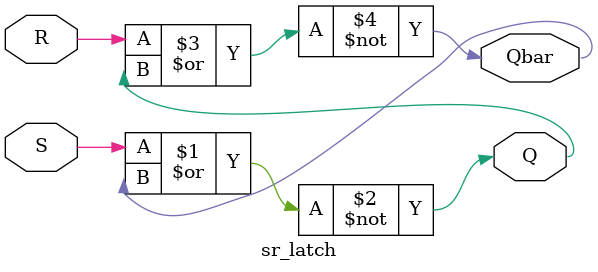
<source format=v>
module sr_latch(S,R,Q,Qbar);
input S,R;
output Q,Qbar;
nor N1(Q,S,Qbar);
nor N2(Qbar,R,Q);
endmodule
</source>
